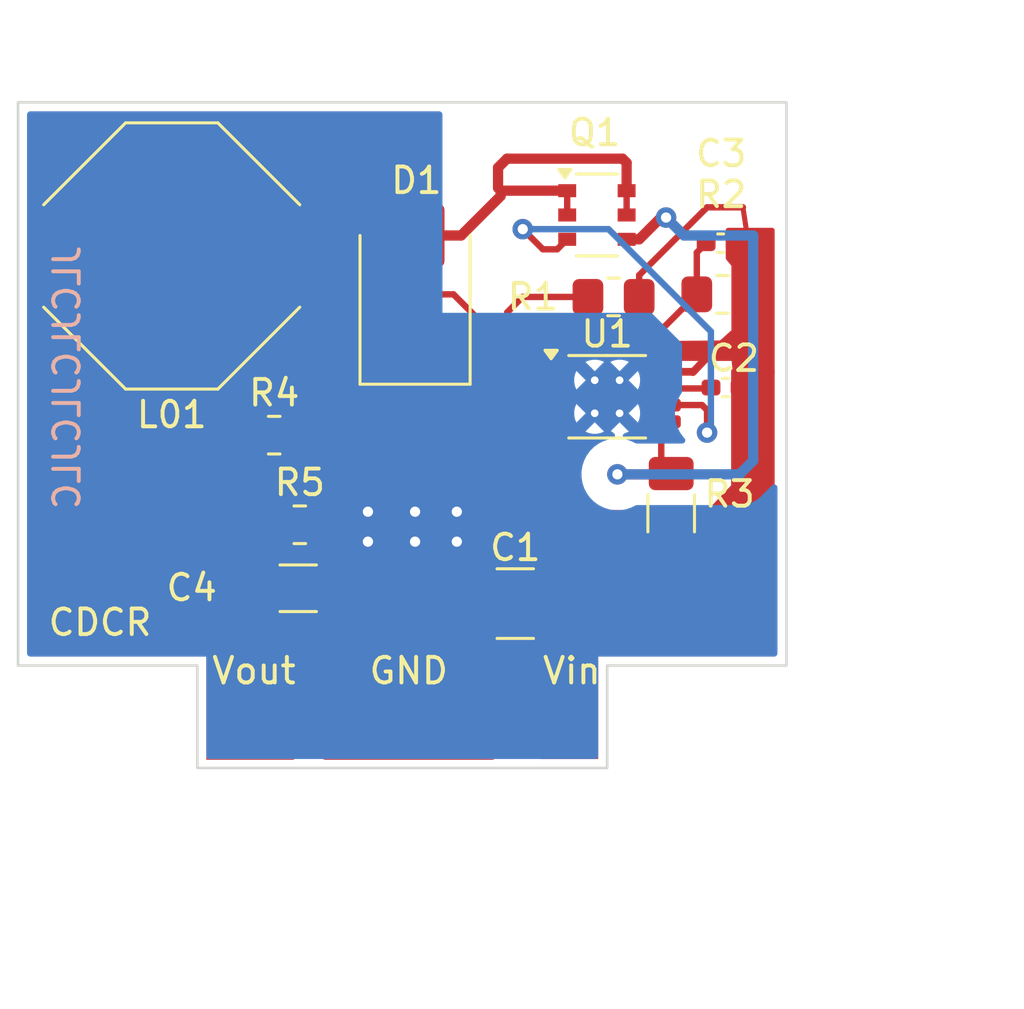
<source format=kicad_pcb>
(kicad_pcb (version 20241229) (generator "pcbnew") (generator_version "9.0")
  (layers (0 "F.Cu" signal) (2 "B.Cu" signal) (13 "F.Paste" user) (15 "B.Paste" user) (5 "F.SilkS" user "F.Silkscreen") (7 "B.SilkS" user "B.Silkscreen") (1 "F.Mask" user) (3 "B.Mask" user) (25 "Edge.Cuts" user))
  (net 0 "")
  (net 1 "Vin")
  (net 2 "GND")
  (net 3 "Vout (12V)")
  (net 4 "Net-(U1-VCC)")
  (net 5 "Net-(U1-ADJ)")
  (net 6 "Net-(D1-A)")
  (net 7 "Net-(Q1-G)")
  (net 8 "Net-(Q1-S)")
  (net 9 "Net-(U1-RT)")
  (net 10 "Net-(U1-FB)")
  (footprint "Capacitor_SMD:C_1206_3216Metric_Pad1.33x1.80mm_HandSolder" (layer "F.Cu") (at 90.9375 89.98)
    (property "Reference" "C4" (at -4.1575 -0.02 0) (layer "F.SilkS") (effects (font (thickness 0.153))))
    (property "Value" "10uF")
    (fp_line (start -0.711252 -0.91) (end 0.711252 -0.91) (stroke (width 0.12)) (layer "F.SilkS"))
    (fp_line (start -0.711252 0.91) (end 0.711252 0.91) (stroke (width 0.12)) (layer "F.SilkS"))
    (pad "1" smd roundrect (at -1.5625 0) (size 1.325 1.8) (layers "F.Cu" "F.Mask" "F.Paste") (roundrect_rratio 0.188679) (net 3 "Vout (12V)"))
    (pad "2" smd roundrect (at 1.5625 0) (size 1.325 1.8) (layers "F.Cu" "F.Mask" "F.Paste") (roundrect_rratio 0.188679) (net 2 "GND"))
  )
  (footprint "Resistor_SMD:R_0805_2012Metric_Pad1.20x1.40mm_HandSolder" (layer "F.Cu") (at 90 84)
    (property "Reference" "R4" (at 0 -1.65 0) (layer "F.SilkS") (effects (font (thickness 0.153))))
    (property "Value" "10k")
    (fp_line (start -0.227064 -0.735) (end 0.227064 -0.735) (stroke (width 0.12)) (layer "F.SilkS"))
    (fp_line (start -0.227064 0.735) (end 0.227064 0.735) (stroke (width 0.12)) (layer "F.SilkS"))
    (pad "1" smd roundrect (at -1 0) (size 1.2 1.4) (layers "F.Cu" "F.Mask" "F.Paste") (roundrect_rratio 0.208333) (net 3 "Vout (12V)"))
    (pad "2" smd roundrect (at 1 0) (size 1.2 1.4) (layers "F.Cu" "F.Mask" "F.Paste") (roundrect_rratio 0.208333) (net 10 "Net-(U1-FB)"))
  )
  (footprint "Resistor_SMD:R_1206_3216Metric_Pad1.30x1.75mm_HandSolder" (layer "F.Cu") (at 105.5 87.05 90)
    (property "Reference" "R3" (at 0.75 2.28 180) (layer "F.SilkS") (effects (font (thickness 0.153))))
    (property "Value" "0R01")
    (fp_line (start -0.727064 -0.91) (end 0.727064 -0.91) (stroke (width 0.12)) (layer "F.SilkS"))
    (fp_line (start -0.727064 0.91) (end 0.727064 0.91) (stroke (width 0.12)) (layer "F.SilkS"))
    (pad "1" smd roundrect (at -1.55 0 90) (size 1.3 1.75) (layers "F.Cu" "F.Mask" "F.Paste") (roundrect_rratio 0.192308) (net 1 "Vin"))
    (pad "2" smd roundrect (at 1.55 0 90) (size 1.3 1.75) (layers "F.Cu" "F.Mask" "F.Paste") (roundrect_rratio 0.192308) (net 8 "Net-(Q1-S)"))
  )
  (footprint "Resistor_SMD:R_0805_2012Metric_Pad1.20x1.40mm_HandSolder" (layer "F.Cu") (at 107.5 78.5)
    (property "Reference" "R2" (at -0.05 -3.9 0) (layer "F.SilkS") (effects (font (thickness 0.153))))
    (property "Value" "1k4")
    (fp_line (start -0.227064 -0.735) (end 0.227064 -0.735) (stroke (width 0.12)) (layer "F.SilkS"))
    (fp_line (start -0.227064 0.735) (end 0.227064 0.735) (stroke (width 0.12)) (layer "F.SilkS"))
    (pad "1" smd roundrect (at -1 0) (size 1.2 1.4) (layers "F.Cu" "F.Mask" "F.Paste") (roundrect_rratio 0.208333) (net 5 "Net-(U1-ADJ)"))
    (pad "2" smd roundrect (at 1 0) (size 1.2 1.4) (layers "F.Cu" "F.Mask" "F.Paste") (roundrect_rratio 0.208333) (net 1 "Vin"))
  )
  (footprint "Capacitor_SMD:C_0402_1005Metric_Pad0.74x0.62mm_HandSolder" (layer "F.Cu") (at 107.6225 82.14 180)
    (property "Reference" "C2" (at -0.3275 1.14 0) (layer "F.SilkS") (effects (font (thickness 0.153))))
    (property "Value" "1uF")
    (fp_line (start -0.115835 0.36) (end 0.115835 0.36) (stroke (width 0.12)) (layer "F.SilkS"))
    (fp_line (start -0.115835 -0.36) (end 0.115835 -0.36) (stroke (width 0.12)) (layer "F.SilkS"))
    (pad "1" smd roundrect (at -0.5675 0 180) (size 0.735 0.62) (layers "F.Cu" "F.Mask" "F.Paste") (net 1 "Vin"))
    (pad "2" smd roundrect (at 0.5675 0 180) (size 0.735 0.62) (layers "F.Cu" "F.Mask" "F.Paste") (net 4 "Net-(U1-VCC)"))
  )
  (footprint "Package_SO:HVSSOP-8-1EP_3x3mm_P0.65mm_EP1.57x1.89mm_ThermalVias" (layer "F.Cu") (at 103 82.5)
    (property "Reference" "U1" (at 0 -2.45 0) (layer "F.SilkS"))
    (property "Value" "LM25085")
    (fp_line (start 0 -1.61) (end -1.5 -1.61) (stroke (width 0.12)) (layer "F.SilkS"))
    (fp_line (start 0 -1.61) (end 1.5 -1.61) (stroke (width 0.12)) (layer "F.SilkS"))
    (fp_line (start 0 1.61) (end -1.5 1.61) (stroke (width 0.12)) (layer "F.SilkS"))
    (fp_line (start 0 1.61) (end 1.5 1.61) (stroke (width 0.12)) (layer "F.SilkS"))
    (fp_poly (pts (xy -2.1875 -1.485) (xy -2.4275 -1.815) (xy -1.9475 -1.815)) (stroke (width 0.12)) (fill yes) (layer "F.SilkS"))
    (pad "1" smd roundrect (at -2.15 -0.975) (size 1.45 0.5) (layers "F.Cu" "F.Mask" "F.Paste") (net 5 "Net-(U1-ADJ)"))
    (pad "2" smd roundrect (at -2.15 -0.325) (size 1.45 0.5) (layers "F.Cu" "F.Mask" "F.Paste") (net 9 "Net-(U1-RT)"))
    (pad "3" smd roundrect (at -2.15 0.325) (size 1.45 0.5) (layers "F.Cu" "F.Mask" "F.Paste") (net 10 "Net-(U1-FB)"))
    (pad "4" smd roundrect (at -2.15 0.975) (size 1.45 0.5) (layers "F.Cu" "F.Mask" "F.Paste") (net 2 "GND"))
    (pad "5" smd roundrect (at 2.15 0.975) (size 1.45 0.5) (layers "F.Cu" "F.Mask" "F.Paste") (net 8 "Net-(Q1-S)"))
    (pad "6" smd roundrect (at 2.15 0.325) (size 1.45 0.5) (layers "F.Cu" "F.Mask" "F.Paste") (net 7 "Net-(Q1-G)"))
    (pad "7" smd roundrect (at 2.15 -0.325) (size 1.45 0.5) (layers "F.Cu" "F.Mask" "F.Paste") (net 4 "Net-(U1-VCC)"))
    (pad "8" smd roundrect (at 2.15 -0.975) (size 1.45 0.5) (layers "F.Cu" "F.Mask" "F.Paste") (net 1 "Vin"))
    (pad "9" thru_hole circle (at -0.485 -0.645) (size 0.6 0.6) (drill 0.3) (property pad_prop_heatsink) (layers "*.Cu") (net 2 "GND"))
    (pad "9" thru_hole circle (at -0.485 0.645) (size 0.6 0.6) (drill 0.3) (property pad_prop_heatsink) (layers "*.Cu") (net 2 "GND"))
    (pad "9" smd rect (at 0 0) (size 1.57 1.89) (property pad_prop_heatsink) (layers "F.Cu" "F.Mask") (net 2 "GND"))
    (pad "9" smd rect (at 0 0) (size 1.57 1.89) (property pad_prop_heatsink) (layers "B.Cu") (net 2 "GND"))
    (pad "9" thru_hole circle (at 0.485 -0.645) (size 0.6 0.6) (drill 0.3) (property pad_prop_heatsink) (layers "*.Cu") (net 2 "GND"))
    (pad "9" thru_hole circle (at 0.485 0.645) (size 0.6 0.6) (drill 0.3) (property pad_prop_heatsink) (layers "*.Cu") (net 2 "GND"))
  )
  (footprint "Package_SO:TSOP-6_1.65x3.05mm_P0.95mm" (layer "F.Cu") (at 102.6 75.4)
    (property "Reference" "Q1" (at -0.09 -3.22 180) (layer "F.SilkS") (effects (font (thickness 0.153))))
    (property "Value" "SQ3419AEEV")
    (fp_line (start -0.8 -1.6) (end 0.8 -1.6) (stroke (width 0.12)) (layer "F.SilkS"))
    (fp_line (start -0.8 1.6) (end 0.8 1.6) (stroke (width 0.12)) (layer "F.SilkS"))
    (fp_poly (pts (xy -1.25 -1.45) (xy -1.49 -1.78) (xy -1.01 -1.78) (xy -1.25 -1.45)) (stroke (width 0.12)) (fill yes) (layer "F.SilkS"))
    (pad "1" smd rect (at -1.16 -0.95) (size 0.7 0.51) (layers "F.Cu" "F.Mask" "F.Paste") (net 6 "Net-(D1-A)"))
    (pad "2" smd rect (at -1.16 0) (size 0.7 0.51) (layers "F.Cu" "F.Mask" "F.Paste") (net 6 "Net-(D1-A)"))
    (pad "3" smd rect (at -1.16 0.95) (size 0.7 0.51) (layers "F.Cu" "F.Mask" "F.Paste") (net 7 "Net-(Q1-G)"))
    (pad "4" smd rect (at 1.16 0.95) (size 0.7 0.51) (layers "F.Cu" "F.Mask" "F.Paste") (net 8 "Net-(Q1-S)"))
    (pad "5" smd rect (at 1.16 0) (size 0.7 0.51) (layers "F.Cu" "F.Mask" "F.Paste") (net 6 "Net-(D1-A)"))
    (pad "6" smd rect (at 1.16 -0.95) (size 0.7 0.51) (layers "F.Cu" "F.Mask" "F.Paste") (net 6 "Net-(D1-A)"))
  )
  (footprint "Resistor_SMD:R_0805_2012Metric_Pad1.20x1.40mm_HandSolder" (layer "F.Cu") (at 103.25 78.6 180)
    (property "Reference" "R1" (at 3.15 0 180) (layer "F.SilkS") (effects (font (thickness 0.153))))
    (property "Value" "63k4")
    (fp_line (start -0.227064 0.735) (end 0.227064 0.735) (stroke (width 0.12)) (layer "F.SilkS"))
    (fp_line (start -0.227064 -0.735) (end 0.227064 -0.735) (stroke (width 0.12)) (layer "F.SilkS"))
    (pad "1" smd roundrect (at -1 0 180) (size 1.2 1.4) (layers "F.Cu" "F.Mask" "F.Paste") (roundrect_rratio 0.208333) (net 1 "Vin"))
    (pad "2" smd roundrect (at 1 0 180) (size 1.2 1.4) (layers "F.Cu" "F.Mask" "F.Paste") (roundrect_rratio 0.208333) (net 9 "Net-(U1-RT)"))
  )
  (footprint "Diode_SMD:D_SMB" (layer "F.Cu") (at 95.5 78.35 90)
    (property "Reference" "D1" (at 4.3 0.05 180) (layer "F.SilkS") (effects (font (thickness 0.153))))
    (property "Value" "D_Schottky")
    (fp_line (start -3.66 -2.15) (end 2.15 -2.15) (stroke (width 0.12)) (layer "F.SilkS"))
    (fp_line (start -3.66 -2.15) (end -3.66 2.15) (stroke (width 0.12)) (layer "F.SilkS"))
    (fp_line (start -3.66 2.15) (end 2.15 2.15) (stroke (width 0.12)) (layer "F.SilkS"))
    (pad "1" smd roundrect (at -2.15 0 90) (size 2.5 2.3) (layers "F.Cu" "F.Mask" "F.Paste") (roundrect_rratio 0.1086956522) (net 2 "GND"))
    (pad "2" smd roundrect (at 2.15 0 90) (size 2.5 2.3) (layers "F.Cu" "F.Mask" "F.Paste") (roundrect_rratio 0.1086956522) (net 6 "Net-(D1-A)"))
  )
  (footprint "Resistor_SMD:R_0805_2012Metric_Pad1.20x1.40mm_HandSolder" (layer "F.Cu") (at 91 87.5)
    (property "Reference" "R5" (at 0 -1.65 0) (layer "F.SilkS") (effects (font (thickness 0.153))))
    (property "Value" "1k15")
    (fp_line (start -0.227064 -0.735) (end 0.227064 -0.735) (stroke (width 0.12)) (layer "F.SilkS"))
    (fp_line (start -0.227064 0.735) (end 0.227064 0.735) (stroke (width 0.12)) (layer "F.SilkS"))
    (pad "1" smd roundrect (at -1 0) (size 1.2 1.4) (layers "F.Cu" "F.Mask" "F.Paste") (roundrect_rratio 0.208333) (net 10 "Net-(U1-FB)"))
    (pad "2" smd roundrect (at 1 0) (size 1.2 1.4) (layers "F.Cu" "F.Mask" "F.Paste") (roundrect_rratio 0.208333) (net 2 "GND"))
  )
  (footprint "Capacitor_SMD:C_1210_3225Metric_Pad1.33x2.70mm_HandSolder" (layer "F.Cu") (at 99.4125 90.58 180)
    (property "Reference" "C1" (at 0 2.19 0) (layer "F.SilkS") (effects (font (thickness 0.153))))
    (property "Value" "1uF")
    (fp_line (start -0.711252 1.36) (end 0.711252 1.36) (stroke (width 0.12)) (layer "F.SilkS"))
    (fp_line (start -0.711252 -1.36) (end 0.711252 -1.36) (stroke (width 0.12)) (layer "F.SilkS"))
    (pad "1" smd roundrect (at -1.5625 0 180) (size 1.325 2.7) (layers "F.Cu" "F.Mask" "F.Paste") (roundrect_rratio 0.188679) (net 1 "Vin"))
    (pad "2" smd roundrect (at 1.5625 0 180) (size 1.325 2.7) (layers "F.Cu" "F.Mask" "F.Paste") (roundrect_rratio 0.188679) (net 2 "GND"))
  )
  (footprint "Capacitor_SMD:C_0402_1005Metric_Pad0.74x0.62mm_HandSolder" (layer "F.Cu") (at 107.4325 76.5)
    (property "Reference" "C3" (at 0.0175 -3.5 0) (layer "F.SilkS") (effects (font (thickness 0.153))))
    (property "Value" "1nF")
    (fp_line (start -0.115835 -0.36) (end 0.115835 -0.36) (stroke (width 0.12)) (layer "F.SilkS"))
    (fp_line (start -0.115835 0.36) (end 0.115835 0.36) (stroke (width 0.12)) (layer "F.SilkS"))
    (pad "1" smd roundrect (at -0.5675 0) (size 0.735 0.62) (layers "F.Cu" "F.Mask" "F.Paste") (net 5 "Net-(U1-ADJ)"))
    (pad "2" smd roundrect (at 0.5675 0) (size 0.735 0.62) (layers "F.Cu" "F.Mask" "F.Paste") (net 1 "Vin"))
  )
  (footprint "Inductor_SMD:L_Bourns-SRU1028_10.0x10.0mm" (layer "F.Cu") (at 86 77 180)
    (property "Reference" "L01" (at 0 -6.2 180) (layer "F.SilkS") (effects (font (thickness 0.153))))
    (property "Value" "6.2uF")
    (fp_line (start 1.8 5.2) (end 5 2) (stroke (width 0.12)) (layer "F.SilkS"))
    (fp_line (start 1.8 5.2) (end -1.8 5.2) (stroke (width 0.12)) (layer "F.SilkS"))
    (fp_line (start 1.8 -5.2) (end 5 -2) (stroke (width 0.12)) (layer "F.SilkS"))
    (fp_line (start -1.8 5.2) (end -5 2) (stroke (width 0.12)) (layer "F.SilkS"))
    (fp_line (start -1.8 -5.2) (end 1.8 -5.2) (stroke (width 0.12)) (layer "F.SilkS"))
    (fp_line (start -1.8 -5.2) (end -5 -2) (stroke (width 0.12)) (layer "F.SilkS"))
    (pad "1" smd rect (at -4.5 0 180) (size 1.8 3.6) (layers "F.Cu" "F.Mask" "F.Paste") (net 6 "Net-(D1-A)"))
    (pad "2" smd rect (at 4.5 0 180) (size 1.8 3.6) (layers "F.Cu" "F.Mask" "F.Paste") (net 3 "Vout (12V)"))
  )
  (gr_poly (pts (xy 89.75 89.430061) (xy 82 81.580061) (xy 82 78.7) (xy 81.01 78.7) (xy 81.01 83.265532) (xy 88.45 90.6) (xy 88.45 92.7) (xy 89.75 92.7)) (stroke (width 0.2)) (fill yes) (layer "F.Cu") (net 3))
  (gr_line (start 107.09 80.76) (end 106.35 81.54) (stroke (width 0.3)) (layer "F.Cu") (net 1))
  (gr_line (start 108.3 75.1) (end 108.5 76.4) (stroke (width 0.2)) (layer "F.Cu") (net 1))
  (gr_poly (pts (xy 87.35 96.68) (xy 87.35 91.54) (xy 90.77 91.54) (xy 90.77 96.68)) (fill yes) (layer "F.Cu") (net 3))
  (gr_poly (pts (xy 109.44 81.5) (xy 109.44 76) (xy 107.73 76) (xy 107.73 77.081112) (xy 107.95 77.35) (xy 107.95 79.95) (xy 107.443749 80.4) (xy 105.23 80.42) (xy 104.57 80.98) (xy 104.57 81.51) (xy 105.8 81.52) (xy 105.8 81) (xy 107.95 81) (xy 108 81.5)) (stroke (width 0.2)) (fill yes) (layer "F.Cu") (net 1))
  (gr_poly (pts (xy 102.65 96.65) (xy 102.65 92.1) (xy 100.4 92.1) (xy 100.4 96.65)) (fill yes) (layer "F.Cu") (net 1))
  (gr_poly (pts (xy 100.43 92.25) (xy 100.44 87) (xy 106.94 87.05) (xy 107.94 86) (xy 107.94 81.5) (xy 109.44 81.5) (xy 109.44 88.5) (xy 106.94 90.5) (xy 105.03 90.5) (xy 102.6 92.25)) (stroke (width 0.2)) (fill yes) (layer "F.Cu") (net 1))
  (gr_poly (pts (xy 110 93) (xy 103 93) (xy 103 97) (xy 87 97) (xy 87 93) (xy 80 93) (xy 80 71) (xy 110 71)) (stroke (width 0.1)) (fill no) (layer "Edge.Cuts"))
  (gr_text "CDCR" (at 81.1 91.9 0) (layer "F.SilkS") (effects (font (size 1 1) (thickness 0.153)) (justify left bottom)))
  (gr_text "Vout" (at 87.49 93.79 0) (layer "F.SilkS") (effects (font (size 1 1) (thickness 0.153)) (justify left bottom)))
  (gr_text "GND" (at 93.63 93.79 0) (layer "F.SilkS") (effects (font (size 1 1) (thickness 0.153)) (justify left bottom)))
  (gr_text "Vin" (at 100.4 93.79 0) (layer "F.SilkS") (effects (font (size 1 1) (thickness 0.153)) (justify left bottom)))
  (gr_text "JLCJLCJLCJLC" (at 82.5 76.5 90) (layer "B.SilkS") (effects (font (size 1 1) (thickness 0.153)) (justify left bottom mirror)))
  (segment (start 105.5 88.6) (end 106.4 88.6) (width 0.25) (layer "F.Cu") (net 1))
  (segment (start 108.5 78.5) (end 108.5 81) (width 0.25) (layer "F.Cu") (net 1))
  (segment (start 106.335 81.525) (end 106.34 81.52) (width 0.25) (layer "F.Cu") (net 1))
  (segment (start 101.625 91) (end 101.625 88.5) (width 0.25) (layer "F.Cu") (net 1))
  (segment (start 101.625 88.5) (end 102 88.5) (width 0.25) (layer "F.Cu") (net 1))
  (segment (start 106.8 75.2) (end 106.9 75.1) (width 0.25) (layer "F.Cu") (net 1))
  (segment (start 106.9 75.1) (end 108.3 75.1) (width 0.25) (layer "F.Cu") (net 1))
  (segment (start 104.25 78.6) (end 104.25 77.75) (width 0.25) (layer "F.Cu") (net 1))
  (segment (start 108.5 86.5) (end 108.5 81) (width 0.25) (layer "F.Cu") (net 1))
  (segment (start 108.5 77) (end 108 76.5) (width 0.25) (layer "F.Cu") (net 1))
  (segment (start 102.1 88.6) (end 105.5 88.6) (width 0.25) (layer "F.Cu") (net 1))
  (segment (start 102 88.5) (end 102.1 88.6) (width 0.25) (layer "F.Cu") (net 1))
  (segment (start 106.4 88.6) (end 108.5 86.5) (width 0.25) (layer "F.Cu") (net 1))
  (segment (start 108.5 78.5) (end 108.5 77) (width 0.25) (layer "F.Cu") (net 1))
  (segment (start 104.25 77.75) (end 106.8 75.2) (width 0.25) (layer "F.Cu") (net 1))
  (segment (start 105.1125 81.525) (end 106.335 81.525) (width 0.3) (layer "F.Cu") (net 1))
  (segment (start 108.5 81) (end 108.365 80.865) (width 0.25) (layer "F.Cu") (net 1))
  (segment (start 108.365 80.865) (end 107 80.865) (width 0.25) (layer "F.Cu") (net 1))
  (segment (start 97.025 83.475) (end 95.5 81.95) (width 0.25) (layer "F.Cu") (net 2))
  (segment (start 100.8875 83.475) (end 97.025 83.475) (width 0.25) (layer "F.Cu") (net 2))
  (segment (start 92.5 88) (end 92 87.5) (width 0.25) (layer "F.Cu") (net 2))
  (segment (start 95.5 81.95) (end 95.5 80.5) (width 0.25) (layer "F.Cu") (net 2))
  (segment (start 92.5 90.98) (end 92.5 88) (width 0.25) (layer "F.Cu") (net 2))
  (segment (start 95.5 91) (end 92.52 91) (width 0.25) (layer "F.Cu") (net 2))
  (segment (start 95.5 88.07) (end 95.5 91) (width 0.25) (layer "F.Cu") (net 2))
  (segment (start 97.025 83.475) (end 95.5 85) (width 0.25) (layer "F.Cu") (net 2))
  (segment (start 95.5 86.97) (end 95.5 88.07) (width 0.25) (layer "F.Cu") (net 2))
  (segment (start 98.5 91) (end 95.5 91) (width 0.25) (layer "F.Cu") (net 2))
  (segment (start 92.52 91) (end 92.5 90.98) (width 0.25) (layer "F.Cu") (net 2))
  (segment (start 95.5 85) (end 95.5 86.97) (width 0.25) (layer "F.Cu") (net 2))
  (via (at 93.66 86.99) (size 0.8) (drill 0.4) (layers "F.Cu" "B.Cu") (net 2))
  (via (at 95.5 88.16) (size 0.8) (drill 0.4) (layers "F.Cu" "B.Cu") (net 2))
  (via (at 97.13 88.16) (size 0.8) (drill 0.4) (layers "F.Cu" "B.Cu") (net 2))
  (via (at 97.13 86.99) (size 0.8) (drill 0.4) (layers "F.Cu" "B.Cu") (net 2))
  (via (at 93.66 88.16) (size 0.8) (drill 0.4) (layers "F.Cu" "B.Cu") (net 2))
  (via (at 95.5 86.99) (size 0.8) (drill 0.4) (layers "F.Cu" "B.Cu") (net 2))
  (segment (start 81.5 83.625) (end 81.5 77) (width 0.25) (layer "F.Cu") (net 3))
  (segment (start 81.875 84) (end 81.5 83.625) (width 0.25) (layer "F.Cu") (net 3))
  (segment (start 89 84) (end 81.875 84) (width 0.4) (layer "F.Cu") (net 3))
  (segment (start 89.375 91.5) (end 81.5 83.625) (width 0.25) (layer "F.Cu") (net 3))
  (segment (start 106.825 82.175) (end 105.1125 82.175) (width 0.25) (layer "F.Cu") (net 4))
  (segment (start 100.8875 80.3125) (end 100.8875 81.525) (width 0.25) (layer "F.Cu") (net 5))
  (segment (start 101.2 80) (end 100.8875 80.3125) (width 0.25) (layer "F.Cu") (net 5))
  (segment (start 106.5 78.5) (end 106.5 76.865) (width 0.25) (layer "F.Cu") (net 5))
  (segment (start 105 80) (end 101.2 80) (width 0.25) (layer "F.Cu") (net 5))
  (segment (start 106.5 78.5) (end 105 80) (width 0.25) (layer "F.Cu") (net 5))
  (segment (start 106.5 76.865) (end 106.865 76.5) (width 0.25) (layer "F.Cu") (net 5))
  (segment (start 100.086332 81.525) (end 100.8875 81.525) (width 0.25) (layer "F.Cu") (net 5))
  (segment (start 98.74 73.55) (end 99.09 73.2) (width 0.4) (layer "F.Cu") (net 6))
  (segment (start 95.5 76.2) (end 91.3 76.2) (width 0.4) (layer "F.Cu") (net 6))
  (segment (start 99.09 73.2) (end 103.6 73.2) (width 0.4) (layer "F.Cu") (net 6))
  (segment (start 91.3 76.2) (end 90.5 77) (width 0.25) (layer "F.Cu") (net 6))
  (segment (start 98.74 74.35) (end 98.74 73.55) (width 0.4) (layer "F.Cu") (net 6))
  (segment (start 95.5 76.2) (end 97.3 76.2) (width 0.4) (layer "F.Cu") (net 6))
  (segment (start 101.44 74.45) (end 101.44 75.4) (width 0.25) (layer "F.Cu") (net 6))
  (segment (start 103.76 73.36) (end 103.76 74.45) (width 0.4) (layer "F.Cu") (net 6))
  (segment (start 98.84 74.66) (end 98.84 74.45) (width 0.4) (layer "F.Cu") (net 6))
  (segment (start 97.3 76.2) (end 98.84 74.66) (width 0.4) (layer "F.Cu") (net 6))
  (segment (start 98.74 74.35) (end 98.84 74.45) (width 0.25) (layer "F.Cu") (net 6))
  (segment (start 98.84 74.45) (end 101.44 74.45) (width 0.4) (layer "F.Cu") (net 6))
  (segment (start 103.6 73.2) (end 103.76 73.36) (width 0.4) (layer "F.Cu") (net 6))
  (segment (start 103.76 75.4) (end 103.76 74.45) (width 0.25) (layer "F.Cu") (net 6))
  (segment (start 100.491333 76.74) (end 101.05 76.74) (width 0.25) (layer "F.Cu") (net 7))
  (segment (start 99.704667 75.953334) (end 100.491333 76.74) (width 0.25) (layer "F.Cu") (net 7))
  (segment (start 106.9 83.02) (end 106.705 82.825) (width 0.25) (layer "F.Cu") (net 7))
  (segment (start 106.9 83.9) (end 106.9 83.02) (width 0.25) (layer "F.Cu") (net 7))
  (segment (start 101.05 76.74) (end 101.44 76.35) (width 0.25) (layer "F.Cu") (net 7))
  (segment (start 106.705 82.825) (end 105.1125 82.825) (width 0.25) (layer "F.Cu") (net 7))
  (via (at 106.9 83.9) (size 0.8) (drill 0.4) (layers "F.Cu" "B.Cu") (net 7))
  (via (at 99.704667 75.953334) (size 0.8) (drill 0.4) (layers "F.Cu" "B.Cu") (net 7))
  (segment (start 107.05 79.95) (end 103.053334 75.953334) (width 0.25) (layer "B.Cu") (net 7))
  (segment (start 107.05 79.95) (end 107.05 83.75) (width 0.25) (layer "B.Cu") (net 7))
  (segment (start 99.682 75.976001) (end 99.704667 75.953334) (width 0.25) (layer "B.Cu") (net 7))
  (segment (start 106.9 83.9) (end 106.87 83.87) (width 0.25) (layer "B.Cu") (net 7))
  (segment (start 99.682 75.982) (end 99.682 75.976001) (width 0.25) (layer "B.Cu") (net 7))
  (segment (start 103.053334 75.953334) (end 99.704667 75.953334) (width 0.25) (layer "B.Cu") (net 7))
  (segment (start 107.05 83.75) (end 106.9 83.9) (width 0.25) (layer "B.Cu") (net 7))
  (segment (start 105.47 85.53) (end 105.5 85.5) (width 0.25) (layer "F.Cu") (net 8))
  (segment (start 104.25 76.35) (end 103.76 76.35) (width 0.4) (layer "F.Cu") (net 8))
  (segment (start 105.3 75.5) (end 105.1 75.5) (width 0.4) (layer "F.Cu") (net 8))
  (segment (start 105.1125 85.1125) (end 105.1125 83.475) (width 0.25) (layer "F.Cu") (net 8))
  (segment (start 103.4 85.53) (end 105.47 85.53) (width 0.4) (layer "F.Cu") (net 8))
  (segment (start 105.5 85.5) (end 105.1125 85.1125) (width 0.25) (layer "F.Cu") (net 8))
  (segment (start 105.1 75.5) (end 104.25 76.35) (width 0.4) (layer "F.Cu") (net 8))
  (via (at 105.3 75.5) (size 0.8) (drill 0.4) (layers "F.Cu" "B.Cu") (net 8))
  (via (at 103.4 85.53) (size 0.8) (drill 0.4) (layers "F.Cu" "B.Cu") (net 8))
  (segment (start 106 76.2) (end 105.3 75.5) (width 0.4) (layer "B.Cu") (net 8))
  (segment (start 108.7 85) (end 108.7 76.2) (width 0.4) (layer "B.Cu") (net 8))
  (segment (start 108.17 85.53) (end 108.7 85) (width 0.4) (layer "B.Cu") (net 8))
  (segment (start 108.7 76.2) (end 106 76.2) (width 0.4) (layer "B.Cu") (net 8))
  (segment (start 103.4 85.53) (end 108.17 85.53) (width 0.4) (layer "B.Cu") (net 8))
  (segment (start 99.1 81.7) (end 99.575 82.175) (width 0.25) (layer "F.Cu") (net 9))
  (segment (start 99.1 79.2) (end 99.1 81.7) (width 0.25) (layer "F.Cu") (net 9))
  (segment (start 99.7 78.6) (end 99.1 79.2) (width 0.25) (layer "F.Cu") (net 9))
  (segment (start 99.575 82.175) (end 100.8875 82.175) (width 0.25) (layer "F.Cu") (net 9))
  (segment (start 102.25 78.6) (end 99.7 78.6) (width 0.25) (layer "F.Cu") (net 9))
  (segment (start 91 84) (end 91 81.5) (width 0.25) (layer "F.Cu") (net 10))
  (segment (start 90 87.5) (end 90 86) (width 0.25) (layer "F.Cu") (net 10))
  (segment (start 98.825 82.825) (end 100.8875 82.825) (width 0.25) (layer "F.Cu") (net 10))
  (segment (start 98 82) (end 98.825 82.825) (width 0.25) (layer "F.Cu") (net 10))
  (segment (start 98 79.5) (end 98 82) (width 0.25) (layer "F.Cu") (net 10))
  (segment (start 90 86) (end 91 85) (width 0.25) (layer "F.Cu") (net 10))
  (segment (start 97 78.5) (end 98 79.5) (width 0.25) (layer "F.Cu") (net 10))
  (segment (start 94 78.5) (end 97 78.5) (width 0.25) (layer "F.Cu") (net 10))
  (segment (start 91 85) (end 91 84) (width 0.25) (layer "F.Cu") (net 10))
  (segment (start 91 81.5) (end 94 78.5) (width 0.25) (layer "F.Cu") (net 10))
  (zone (net 2) (net_name "GND") (layer "F.Cu") (name "a") (priority 1) (connect_pads thru_hole_only (clearance 0.508)) (min_thickness 0.25) (fill yes (thermal_gap 1) (thermal_bridge_width 1))
    (polygon (pts (xy 98.6416 96.68) (xy 98.6416 85.58) (xy 91.86 85.58) (xy 91.86 96.68)))
  )
  (zone (net 2) (net_name "GND") (layer "F.Cu") (name "a") (priority 2) (connect_pads (clearance 0.508)) (min_thickness 0.25) (fill yes (thermal_gap 0.2) (thermal_bridge_width 0.25))
    (polygon (pts (xy 98.6416 85.58) (xy 99.445448 84.38) (xy 101.6 84.38) (xy 101.6 83.35) (xy 99.602202 83.35) (xy 97.85 83.35) (xy 96.3 81.75) (xy 94.7 81.75) (xy 91.86 85.58)))
  )
  (zone (net 2) (net_name "GND") (layer "B.Cu") (name "a") (priority 1) (connect_pads (clearance 1)) (min_thickness 0.25) (fill yes (thermal_gap 0.5) (thermal_bridge_width 0.5))
    (polygon (pts (xy 80.35 71.35) (xy 109.65 71.35) (xy 109.65 92.65) (xy 102.65 92.65) (xy 102.65 96.65) (xy 87.35 96.65) (xy 87.35 92.65) (xy 80.35 92.65)))
  )
  (zone (net 0) (net_name "") (layer "B.Cu") (name "a") (connect_pads (clearance 0)) (min_thickness 0.25)
    (keepout (tracks allowed) (vias allowed) (pads allowed) (copperpour not_allowed) (footprints allowed))
    (fill (thermal_gap 0.5) (thermal_bridge_width 0.5) (island_removal_mode 2) (island_area_min -2147.483637))
    (polygon (pts (xy 109.89 71.21) (xy 96.57 71.21) (xy 96.57 79.22) (xy 104.949781 79.22) (xy 104.949684 79.26) (xy 109.89 79.26)))
  )
)
</source>
